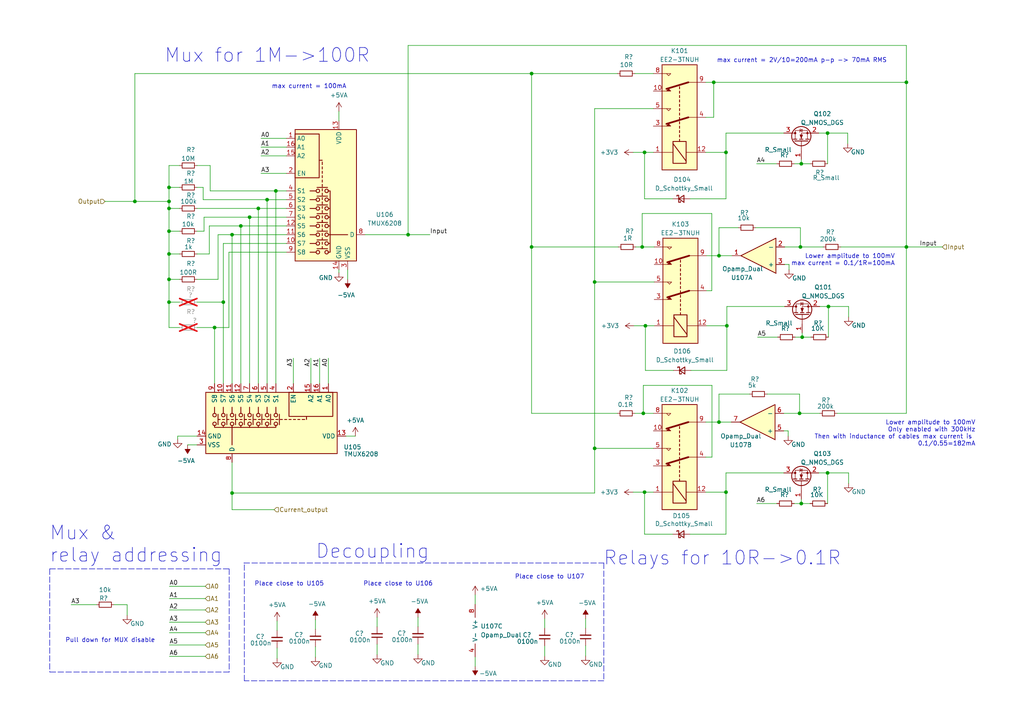
<source format=kicad_sch>
(kicad_sch (version 20230121) (generator eeschema)
  (paper "A4")
  (lib_symbols
    (symbol "Analog_Switch:TMUX1108PW"
      (property "Reference" "U" (at -10.16 16.51 0))
      (property "Value" "TMUX1108PW" (at 3.81 16.51 0))
      (symbol "TMUX1108PW_0_0"
        (pin power_in line (at 5.08 -20.32 90) (length 2.54) (name "GND") (number "14"))
      )
      (symbol "TMUX1108PW_1_1"
        (pin input line (at -10.16 17.78 0) (length 2.54) (name "A0") (number "1"))
        (pin bidirectional line (at -10.16 -12.7 0) (length 2.54) (name "S7") (number "10"))
        (pin bidirectional line (at -10.16 -10.16 0) (length 2.54) (name "S6") (number "11"))
        (pin bidirectional line (at -10.16 -7.62 0) (length 2.54) (name "S5") (number "12"))
        (pin power_in line (at 5.08 22.86 270) (length 2.54) (name "VDD") (number "13"))
        (pin input line (at -10.16 12.7 0) (length 2.54) (name "A2") (number "15"))
        (pin input line (at -10.16 15.24 0) (length 2.54) (name "A1") (number "16"))
        (pin input line (at -10.16 7.62 0) (length 2.54) (name "EN") (number "2"))
        (pin power_in line (at 7.62 -20.32 90) (length 2.54) (name "VSS") (number "3"))
        (pin bidirectional line (at -10.16 2.54 0) (length 2.54) (name "S1") (number "4"))
        (pin bidirectional line (at -10.16 0 0) (length 2.54) (name "S2") (number "5"))
        (pin bidirectional line (at -10.16 -2.54 0) (length 2.54) (name "S3") (number "6"))
        (pin bidirectional line (at -10.16 -5.08 0) (length 2.54) (name "S4") (number "7"))
        (pin bidirectional line (at 12.7 -10.16 180) (length 2.54) (name "D") (number "8"))
        (pin bidirectional line (at -10.16 -15.24 0) (length 2.54) (name "S8") (number "9"))
      )
    )
    (symbol "Device:C_Small" (pin_numbers hide) (pin_names (offset 0.254) hide)
      (property "Reference" "C" (at 0.254 1.778 0))
      (property "Value" "C_Small" (at 0.254 -2.032 0))
      (symbol "C_Small_1_1"
        (pin passive line (at 0 2.54 270) (length 2.032) (name "~") (number "1"))
        (pin passive line (at 0 -2.54 90) (length 2.032) (name "~") (number "2"))
      )
    )
    (symbol "Device:D_Schottky_Small" (pin_numbers hide) (pin_names (offset 0.254) hide)
      (property "Reference" "D" (at -1.27 2.032 0))
      (property "Value" "D_Schottky_Small" (at -7.112 -2.032 0))
      (symbol "D_Schottky_Small_1_1"
        (pin passive line (at -2.54 0 0) (length 1.778) (name "K") (number "1"))
        (pin passive line (at 2.54 0 180) (length 1.778) (name "A") (number "2"))
      )
    )
    (symbol "Device:Opamp_Dual"
      (property "Reference" "U" (at 0 5.08 0))
      (property "Value" "Opamp_Dual" (at 0 -5.08 0))
      (symbol "Opamp_Dual_1_1"
        (pin output line (at 7.62 0 180) (length 2.54) (name "~") (number "1"))
        (pin input line (at -7.62 -2.54 0) (length 2.54) (name "-") (number "2"))
        (pin input line (at -7.62 2.54 0) (length 2.54) (name "+") (number "3"))
      )
      (symbol "Opamp_Dual_2_1"
        (pin input line (at -7.62 2.54 0) (length 2.54) (name "+") (number "5"))
        (pin input line (at -7.62 -2.54 0) (length 2.54) (name "-") (number "6"))
        (pin output line (at 7.62 0 180) (length 2.54) (name "~") (number "7"))
      )
      (symbol "Opamp_Dual_3_1"
        (pin power_in line (at -2.54 -7.62 90) (length 3.81) (name "V-") (number "4"))
        (pin power_in line (at -2.54 7.62 270) (length 3.81) (name "V+") (number "8"))
      )
    )
    (symbol "Device:R_Small" (pin_numbers hide) (pin_names (offset 0.254) hide)
      (property "Reference" "R" (at 0.762 0.508 0))
      (property "Value" "R_Small" (at 0.762 -1.016 0))
      (symbol "R_Small_1_1"
        (pin passive line (at 0 2.54 270) (length 0.762) (name "~") (number "1"))
        (pin passive line (at 0 -2.54 90) (length 0.762) (name "~") (number "2"))
      )
    )
    (symbol "Q_NMOS_DGS_1" (pin_names (offset 0) hide)
      (property "Reference" "Q103" (at 8.128 -6.096 90))
      (property "Value" "Q_NMOS_DGS" (at 5.588 -6.096 90))
      (symbol "Q_NMOS_DGS_1_1_1"
        (pin input line (at -5.08 0 0) (length 2.54) (name "G") (number "1"))
        (pin passive line (at 2.54 -5.08 90) (length 2.54) (name "S") (number "2"))
        (pin passive line (at 2.54 5.08 270) (length 2.54) (name "D") (number "3"))
      )
    )
    (symbol "Relay_DPDT_1"
      (property "Reference" "K4" (at 19.304 0 90))
      (property "Value" "EE2-3TNUH-L" (at 16.764 0 90))
      (symbol "Relay_DPDT_1_1_1"
        (pin passive line (at -10.16 7.62 270) (length 2.54) (name "~") (number "1"))
        (pin passive line (at 7.62 7.62 270) (length 2.54) (name "~") (number "10"))
        (pin passive line (at -10.16 -7.62 90) (length 2.54) (name "~") (number "12"))
        (pin passive line (at -2.54 7.62 270) (length 2.54) (name "~") (number "3"))
        (pin passive line (at 0 -7.62 90) (length 2.54) (name "~") (number "4"))
        (pin passive line (at 2.54 7.62 270) (length 2.54) (name "~") (number "5"))
        (pin passive line (at 12.7 7.62 270) (length 2.54) (name "~") (number "8"))
        (pin passive line (at 10.16 -7.62 90) (length 2.54) (name "~") (number "9"))
      )
    )
    (symbol "TMUX1108PW_1"
      (property "Reference" "U6" (at 18.3642 -4.318 0))
      (property "Value" "TMUX6208\n" (at 18.3642 -6.858 0))
      (symbol "TMUX1108PW_1_0_0"
        (pin power_in line (at 5.08 -20.32 90) (length 2.54) (name "GND") (number "14"))
      )
      (symbol "TMUX1108PW_1_1_1"
        (pin input line (at -10.16 17.78 0) (length 2.54) (name "A0") (number "1"))
        (pin bidirectional line (at -10.16 -12.7 0) (length 2.54) (name "S7") (number "10"))
        (pin bidirectional line (at -10.16 -10.16 0) (length 2.54) (name "S6") (number "11"))
        (pin bidirectional line (at -10.16 -7.62 0) (length 2.54) (name "S5") (number "12"))
        (pin power_in line (at 5.08 22.86 270) (length 2.54) (name "VDD") (number "13"))
        (pin input line (at -10.16 12.7 0) (length 2.54) (name "A2") (number "15"))
        (pin input line (at -10.16 15.24 0) (length 2.54) (name "A1") (number "16"))
        (pin input line (at -10.16 7.62 0) (length 2.54) (name "EN") (number "2"))
        (pin power_in line (at 7.62 -20.32 90) (length 2.54) (name "VSS") (number "3"))
        (pin bidirectional line (at -10.16 2.54 0) (length 2.54) (name "S1") (number "4"))
        (pin bidirectional line (at -10.16 0 0) (length 2.54) (name "S2") (number "5"))
        (pin bidirectional line (at -10.16 -2.54 0) (length 2.54) (name "S3") (number "6"))
        (pin bidirectional line (at -10.16 -5.08 0) (length 2.54) (name "S4") (number "7"))
        (pin bidirectional line (at 12.7 -10.16 180) (length 2.54) (name "D") (number "8"))
        (pin bidirectional line (at -10.16 -15.24 0) (length 2.54) (name "S8") (number "9"))
      )
    )
    (symbol "power:+3V3" (power) (pin_names (offset 0))
      (property "Value" "+3V3" (at 0 3.556 0))
      (symbol "+3V3_1_1"
        (pin power_in line (at 0 0 90) (length 0) hide (name "+3V3") (number "1"))
      )
    )
    (symbol "power:+5VA" (power) (pin_names (offset 0))
      (property "Value" "+5VA" (at 0 3.556 0))
      (symbol "+5VA_1_1"
        (pin power_in line (at 0 0 90) (length 0) hide (name "+5VA") (number "1"))
      )
    )
    (symbol "power:-5VA" (power) (pin_names (offset 0))
      (property "Value" "-5VA" (at 0 3.81 0))
      (symbol "-5VA_0_0"
        (pin power_in line (at 0 0 90) (length 0) hide (name "-5VA") (number "1"))
      )
    )
    (symbol "power:GND" (power) (pin_names (offset 0))
      (property "Value" "GND" (at 0 -3.81 0))
      (symbol "GND_1_1"
        (pin power_in line (at 0 0 270) (length 0) hide (name "GND") (number "1"))
      )
    )
  )
  (junction (at 49.022 81.026))
  (junction (at 210.82 94.488))
  (junction (at 210.566 44.196))
  (junction (at 49.022 67.056))
  (junction (at 62.23 94.996))
  (junction (at 186.2582 71.628))
  (junction (at 232.156 71.628))
  (junction (at 118.364 68.072))
  (junction (at 232.664 97.79))
  (junction (at 39.116 58.42))
  (junction (at 186.944 142.748))
  (junction (at 187.198 94.488))
  (junction (at 232.41 47.498))
  (junction (at 262.89 23.876))
  (junction (at 49.022 54.356))
  (junction (at 207.01 23.876))
  (junction (at 67.31 68.072))
  (junction (at 67.31 143.002))
  (junction (at 240.03 137.16))
  (junction (at 186.944 44.196))
  (junction (at 69.85 65.532))
  (junction (at 172.466 81.788))
  (junction (at 232.41 146.05))
  (junction (at 210.566 142.748))
  (junction (at 186.5884 119.888))
  (junction (at 262.89 71.628))
  (junction (at 208.534 122.428))
  (junction (at 49.022 73.66))
  (junction (at 49.022 60.452))
  (junction (at 154.178 71.628))
  (junction (at 80.01 55.372))
  (junction (at 208.534 74.168))
  (junction (at 72.39 62.992))
  (junction (at 240.284 88.9))
  (junction (at 154.178 21.336))
  (junction (at 77.47 57.912))
  (junction (at 240.03 38.608))
  (junction (at 172.466 130.048))
  (junction (at 64.77 87.63))
  (junction (at 49.022 58.42))
  (junction (at 74.93 60.452))
  (junction (at 231.902 119.888))
  (junction (at 49.022 87.63))
  (wire (pts (xy 49.1236 183.515) (xy 59.5376 183.515)))
  (wire (pts (xy 200.406 107.442) (xy 210.82 107.442)))
  (wire (pts (xy 157.988 179.4764) (xy 157.988 182.2196)))
  (wire (pts (xy 183.642 142.748) (xy 186.944 142.748)))
  (wire (pts (xy 172.466 130.048) (xy 189.484 130.048)))
  (wire (pts (xy 157.988 187.2996) (xy 157.988 190.2968)))
  (wire (pts (xy 57.15 87.63) (xy 64.77 87.63)))
  (wire (pts (xy 186.2582 71.628) (xy 189.738 71.628)))
  (wire (pts (xy 169.8498 187.2742) (xy 169.8498 190.2714)))
  (wire (pts (xy 74.93 60.452) (xy 57.15 60.452)))
  (wire (pts (xy 63.246 81.026) (xy 63.246 68.072)))
  (wire (pts (xy 206.4512 84.328) (xy 206.4512 61.9252)))
  (wire (pts (xy 184.404 71.628) (xy 186.2582 71.628)))
  (wire (pts (xy 262.89 13.1826) (xy 262.89 23.876)))
  (wire (pts (xy 204.978 94.488) (xy 210.82 94.488)))
  (wire (pts (xy 49.1236 190.373) (xy 59.5376 190.373)))
  (wire (pts (xy 69.85 65.532) (xy 69.85 111.252)))
  (polyline (pts (xy 70.739 163.2966) (xy 175.133 163.2966)) (stroke (width 0) (type dash)))
  (wire (pts (xy 208.534 74.168) (xy 208.534 66.04)))
  (wire (pts (xy 52.07 81.026) (xy 49.022 81.026)))
  (polyline (pts (xy 70.866 163.322) (xy 70.8914 163.322)) (stroke (width 0) (type dash)))
  (wire (pts (xy 98.298 78.232) (xy 98.298 79.0956)))
  (wire (pts (xy 83.058 73.152) (xy 66.3956 73.152)))
  (wire (pts (xy 204.724 44.196) (xy 210.566 44.196)))
  (wire (pts (xy 172.466 31.496) (xy 172.466 81.788)))
  (wire (pts (xy 75.692 40.132) (xy 83.058 40.132)))
  (wire (pts (xy 118.364 13.1826) (xy 118.364 68.072)))
  (wire (pts (xy 118.364 13.1826) (xy 262.89 13.1826)))
  (wire (pts (xy 227.33 124.968) (xy 228.6 124.968)))
  (wire (pts (xy 72.39 111.252) (xy 72.39 62.992)))
  (wire (pts (xy 39.116 21.336) (xy 39.116 58.42)))
  (wire (pts (xy 137.8204 193.2686) (xy 137.8204 190.5254)))
  (wire (pts (xy 52.07 94.996) (xy 49.022 94.996)))
  (wire (pts (xy 237.744 119.888) (xy 231.902 119.888)))
  (wire (pts (xy 64.77 70.612) (xy 83.058 70.612)))
  (wire (pts (xy 83.058 60.452) (xy 74.93 60.452)))
  (wire (pts (xy 240.03 137.16) (xy 240.03 146.05)))
  (wire (pts (xy 57.15 73.66) (xy 60.706 73.66)))
  (wire (pts (xy 36.8808 175.387) (xy 36.8808 178.435)))
  (wire (pts (xy 49.022 58.42) (xy 49.022 54.356)))
  (wire (pts (xy 80.01 55.372) (xy 83.058 55.372)))
  (wire (pts (xy 217.424 114.3) (xy 208.534 114.3)))
  (wire (pts (xy 49.022 60.452) (xy 49.022 58.42)))
  (wire (pts (xy 210.566 44.196) (xy 210.566 38.608)))
  (wire (pts (xy 57.15 94.996) (xy 62.23 94.996)))
  (wire (pts (xy 172.466 31.496) (xy 189.484 31.496)))
  (wire (pts (xy 238.76 71.628) (xy 232.156 71.628)))
  (wire (pts (xy 49.022 73.66) (xy 49.022 67.056)))
  (wire (pts (xy 219.456 47.498) (xy 225.298 47.498)))
  (wire (pts (xy 210.566 142.748) (xy 210.566 137.16)))
  (wire (pts (xy 49.1236 187.071) (xy 59.5376 187.071)))
  (wire (pts (xy 67.31 143.002) (xy 67.31 147.828)))
  (wire (pts (xy 49.022 87.63) (xy 52.07 87.63)))
  (wire (pts (xy 210.566 44.196) (xy 210.566 57.658)))
  (wire (pts (xy 232.156 66.04) (xy 219.202 66.04)))
  (wire (pts (xy 237.49 38.608) (xy 240.03 38.608)))
  (wire (pts (xy 186.944 142.748) (xy 186.944 154.94)))
  (wire (pts (xy 262.89 71.628) (xy 273.304 71.628)))
  (wire (pts (xy 49.1236 173.609) (xy 59.5376 173.609)))
  (wire (pts (xy 62.23 94.996) (xy 66.3956 94.996)))
  (wire (pts (xy 245.872 38.608) (xy 245.872 41.656)))
  (wire (pts (xy 67.31 134.112) (xy 67.31 143.002)))
  (wire (pts (xy 232.156 66.04) (xy 232.156 71.628)))
  (wire (pts (xy 49.022 67.056) (xy 52.07 67.056)))
  (wire (pts (xy 57.15 67.056) (xy 59.182 67.056)))
  (wire (pts (xy 232.41 47.498) (xy 234.95 47.498)))
  (wire (pts (xy 69.85 65.532) (xy 83.058 65.532)))
  (wire (pts (xy 49.022 58.42) (xy 39.116 58.42)))
  (wire (pts (xy 243.84 71.628) (xy 262.89 71.628)))
  (wire (pts (xy 240.284 88.9) (xy 240.284 97.79)))
  (wire (pts (xy 207.01 23.876) (xy 207.01 34.036)))
  (wire (pts (xy 67.31 68.072) (xy 67.31 111.252)))
  (wire (pts (xy 60.96 48.006) (xy 60.96 55.372)))
  (wire (pts (xy 92.71 103.886) (xy 92.71 111.252)))
  (wire (pts (xy 58.928 54.356) (xy 58.928 57.912)))
  (wire (pts (xy 228.854 76.708) (xy 228.854 78.232)))
  (wire (pts (xy 95.25 103.886) (xy 95.25 111.252)))
  (wire (pts (xy 208.534 122.428) (xy 212.09 122.428)))
  (wire (pts (xy 210.566 137.16) (xy 227.33 137.16)))
  (wire (pts (xy 51.5366 126.492) (xy 51.5366 127.3556)))
  (wire (pts (xy 232.664 97.79) (xy 235.204 97.79)))
  (wire (pts (xy 230.632 97.79) (xy 232.664 97.79)))
  (wire (pts (xy 62.23 94.996) (xy 62.23 111.252)))
  (wire (pts (xy 60.706 73.66) (xy 60.706 65.532)))
  (wire (pts (xy 57.15 81.026) (xy 63.246 81.026)))
  (wire (pts (xy 58.928 57.912) (xy 77.47 57.912)))
  (wire (pts (xy 208.534 114.3) (xy 208.534 122.428)))
  (polyline (pts (xy 175.133 163.2966) (xy 175.133 197.4596)) (stroke (width 0) (type dash)))
  (wire (pts (xy 91.4908 179.7558) (xy 91.4908 182.499)))
  (wire (pts (xy 183.642 44.196) (xy 186.944 44.196)))
  (wire (pts (xy 204.978 74.168) (xy 208.534 74.168)))
  (wire (pts (xy 54.4068 129.032) (xy 57.15 129.032)))
  (wire (pts (xy 75.692 42.672) (xy 83.058 42.672)))
  (wire (pts (xy 172.466 130.048) (xy 172.466 143.002)))
  (wire (pts (xy 60.706 65.532) (xy 69.85 65.532)))
  (wire (pts (xy 207.01 34.036) (xy 204.724 34.036)))
  (wire (pts (xy 240.03 38.608) (xy 245.872 38.608)))
  (wire (pts (xy 60.96 55.372) (xy 80.01 55.372)))
  (wire (pts (xy 210.82 94.488) (xy 210.82 107.442)))
  (wire (pts (xy 49.022 73.66) (xy 52.07 73.66)))
  (polyline (pts (xy 66.4718 164.9984) (xy 66.4718 194.9196)) (stroke (width 0) (type dash)))
  (wire (pts (xy 77.47 57.912) (xy 77.47 111.252)))
  (wire (pts (xy 63.246 68.072) (xy 67.31 68.072)))
  (wire (pts (xy 72.39 62.992) (xy 83.058 62.992)))
  (wire (pts (xy 262.89 119.888) (xy 262.89 71.628)))
  (wire (pts (xy 208.534 66.04) (xy 214.122 66.04)))
  (wire (pts (xy 179.07 119.888) (xy 154.178 119.888)))
  (wire (pts (xy 227.584 71.628) (xy 232.156 71.628)))
  (wire (pts (xy 90.17 103.886) (xy 90.17 111.252)))
  (wire (pts (xy 200.152 154.94) (xy 210.566 154.94)))
  (wire (pts (xy 20.6248 175.387) (xy 27.9908 175.387)))
  (wire (pts (xy 121.2342 186.8424) (xy 121.2342 189.8396)))
  (wire (pts (xy 49.022 81.026) (xy 49.022 73.66)))
  (wire (pts (xy 195.072 154.94) (xy 186.944 154.94)))
  (wire (pts (xy 80.3656 187.9346) (xy 80.3656 190.9826)))
  (wire (pts (xy 154.178 21.336) (xy 39.116 21.336)))
  (wire (pts (xy 237.49 137.16) (xy 240.03 137.16)))
  (wire (pts (xy 169.8498 179.451) (xy 169.8498 182.1942)))
  (wire (pts (xy 230.378 146.05) (xy 232.41 146.05)))
  (wire (pts (xy 232.41 146.05) (xy 234.95 146.05)))
  (wire (pts (xy 67.31 147.828) (xy 79.502 147.828)))
  (wire (pts (xy 118.364 68.072) (xy 124.714 68.072)))
  (wire (pts (xy 80.3656 180.1114) (xy 80.3656 182.8546)))
  (wire (pts (xy 246.126 88.9) (xy 246.126 91.948)))
  (wire (pts (xy 77.47 57.912) (xy 83.058 57.912)))
  (wire (pts (xy 186.944 44.196) (xy 186.944 57.658)))
  (wire (pts (xy 59.182 67.056) (xy 59.182 62.992)))
  (wire (pts (xy 227.584 76.708) (xy 228.854 76.708)))
  (wire (pts (xy 227.33 119.888) (xy 231.902 119.888)))
  (wire (pts (xy 57.15 48.006) (xy 60.96 48.006)))
  (wire (pts (xy 33.0708 175.387) (xy 36.8808 175.387)))
  (wire (pts (xy 85.09 103.886) (xy 85.09 111.252)))
  (wire (pts (xy 80.01 55.372) (xy 80.01 111.252)))
  (wire (pts (xy 186.944 142.748) (xy 189.484 142.748)))
  (wire (pts (xy 109.3724 186.8678) (xy 109.3724 189.865)))
  (wire (pts (xy 75.692 45.212) (xy 83.058 45.212)))
  (wire (pts (xy 49.022 87.63) (xy 49.022 81.026)))
  (wire (pts (xy 219.71 97.79) (xy 225.552 97.79)))
  (wire (pts (xy 204.724 122.428) (xy 208.534 122.428)))
  (wire (pts (xy 195.326 107.442) (xy 187.198 107.442)))
  (wire (pts (xy 242.824 119.888) (xy 262.89 119.888)))
  (wire (pts (xy 103.0732 126.492) (xy 100.33 126.492)))
  (wire (pts (xy 57.15 126.492) (xy 51.5366 126.492)))
  (wire (pts (xy 186.2582 61.9252) (xy 206.4512 61.9252)))
  (wire (pts (xy 210.82 94.488) (xy 210.82 88.9)))
  (wire (pts (xy 231.902 114.3) (xy 222.504 114.3)))
  (wire (pts (xy 49.022 54.356) (xy 52.07 54.356)))
  (wire (pts (xy 210.566 142.748) (xy 210.566 154.94)))
  (wire (pts (xy 67.31 68.072) (xy 83.058 68.072)))
  (wire (pts (xy 204.724 142.748) (xy 210.566 142.748)))
  (wire (pts (xy 206.502 132.588) (xy 204.724 132.588)))
  (wire (pts (xy 187.198 94.488) (xy 189.738 94.488)))
  (wire (pts (xy 179.07 21.336) (xy 154.178 21.336)))
  (wire (pts (xy 100.838 80.9752) (xy 100.838 78.232)))
  (wire (pts (xy 154.178 71.628) (xy 179.324 71.628)))
  (wire (pts (xy 210.82 88.9) (xy 227.584 88.9)))
  (wire (pts (xy 91.4908 187.579) (xy 91.4908 190.6016)))
  (wire (pts (xy 75.692 50.292) (xy 83.058 50.292)))
  (wire (pts (xy 232.664 96.52) (xy 232.664 97.79)))
  (wire (pts (xy 208.534 74.168) (xy 212.344 74.168)))
  (wire (pts (xy 186.2582 71.628) (xy 186.2582 61.9252)))
  (wire (pts (xy 219.456 146.05) (xy 225.298 146.05)))
  (wire (pts (xy 49.1236 176.911) (xy 59.5376 176.911)))
  (wire (pts (xy 228.6 124.968) (xy 228.6 126.492)))
  (wire (pts (xy 49.1236 180.467) (xy 59.5376 180.467)))
  (wire (pts (xy 57.15 54.356) (xy 58.928 54.356)))
  (wire (pts (xy 109.3724 179.0446) (xy 109.3724 181.7878)))
  (wire (pts (xy 137.8204 172.5422) (xy 137.8204 175.2854)))
  (wire (pts (xy 64.77 70.612) (xy 64.77 87.63)))
  (wire (pts (xy 154.178 71.628) (xy 154.178 119.888)))
  (wire (pts (xy 49.022 67.056) (xy 49.022 60.452)))
  (wire (pts (xy 59.182 62.992) (xy 72.39 62.992)))
  (wire (pts (xy 64.77 87.63) (xy 64.77 111.252)))
  (wire (pts (xy 154.178 21.336) (xy 154.178 71.628)))
  (wire (pts (xy 121.2342 179.0192) (xy 121.2342 181.7624)))
  (wire (pts (xy 246.126 137.16) (xy 246.126 140.208)))
  (wire (pts (xy 186.944 44.196) (xy 189.484 44.196)))
  (wire (pts (xy 49.022 54.356) (xy 49.022 48.006)))
  (wire (pts (xy 172.466 81.788) (xy 172.466 130.048)))
  (wire (pts (xy 98.298 32.3088) (xy 98.298 35.052)))
  (wire (pts (xy 237.744 88.9) (xy 240.284 88.9)))
  (polyline (pts (xy 66.4718 194.9196) (xy 14.4272 194.9196)) (stroke (width 0) (type dash)))
  (wire (pts (xy 204.978 84.328) (xy 206.4512 84.328)))
  (polyline (pts (xy 14.4272 164.9984) (xy 66.4718 164.9984)) (stroke (width 0) (type dash)))
  (wire (pts (xy 204.724 23.876) (xy 207.01 23.876)))
  (wire (pts (xy 186.5884 119.888) (xy 189.484 119.888)))
  (wire (pts (xy 183.896 94.488) (xy 187.198 94.488)))
  (wire (pts (xy 231.902 114.3) (xy 231.902 119.888)))
  (wire (pts (xy 184.15 21.336) (xy 189.484 21.336)))
  (wire (pts (xy 210.566 38.608) (xy 227.33 38.608)))
  (wire (pts (xy 206.502 111.7854) (xy 206.502 132.588)))
  (wire (pts (xy 186.5884 111.7854) (xy 206.502 111.7854)))
  (wire (pts (xy 172.466 81.788) (xy 189.738 81.788)))
  (wire (pts (xy 232.41 46.228) (xy 232.41 47.498)))
  (wire (pts (xy 232.41 144.78) (xy 232.41 146.05)))
  (wire (pts (xy 74.93 60.452) (xy 74.93 111.252)))
  (wire (pts (xy 49.022 48.006) (xy 52.07 48.006)))
  (wire (pts (xy 67.31 143.002) (xy 172.466 143.002)))
  (wire (pts (xy 186.5884 111.7854) (xy 186.5884 119.888)))
  (wire (pts (xy 39.116 58.42) (xy 30.4546 58.42)))
  (wire (pts (xy 49.022 60.452) (xy 52.07 60.452)))
  (polyline (pts (xy 175.133 197.4596) (xy 70.866 197.4596)) (stroke (width 0) (type dash)))
  (wire (pts (xy 49.1236 170.053) (xy 59.5376 170.053)))
  (wire (pts (xy 240.03 137.16) (xy 246.126 137.16)))
  (wire (pts (xy 240.284 88.9) (xy 246.126 88.9)))
  (wire (pts (xy 49.022 94.996) (xy 49.022 87.63)))
  (wire (pts (xy 184.15 119.888) (xy 186.5884 119.888)))
  (wire (pts (xy 207.01 23.876) (xy 262.89 23.876)))
  (wire (pts (xy 195.072 57.658) (xy 186.944 57.658)))
  (wire (pts (xy 187.198 94.488) (xy 187.198 107.442)))
  (wire (pts (xy 230.378 47.498) (xy 232.41 47.498)))
  (wire (pts (xy 200.152 57.658) (xy 210.566 57.658)))
  (polyline (pts (xy 70.866 197.4596) (xy 70.866 163.322)) (stroke (width 0) (type dash)))
  (wire (pts (xy 240.03 38.608) (xy 240.03 47.498)))
  (wire (pts (xy 105.918 68.072) (xy 118.364 68.072)))
  (wire (pts (xy 66.3956 73.152) (xy 66.3956 94.996)))
  (polyline (pts (xy 14.4272 164.9984) (xy 14.4272 194.9196)) (stroke (width 0) (type dash)))
  (wire (pts (xy 262.89 23.876) (xy 262.89 71.628)))
  (text "Mux for 1M->100R\n\n\n\n" (at 107.442 37.846 0) (effects (font (size 4 4)) (justify right bottom)))
  (text "Place close to U105\n\n\n" (at 94.0054 174.244 0) (effects (font (size 1.27 1.27)) (justify right bottom)))
  (text "Pull down for MUX disable\n\n\n" (at 45.0088 190.627 0) (effects (font (size 1.27 1.27)) (justify right bottom)))
  (text "Decoupling\n\n\n\n" (at 124.6378 181.6862 0) (effects (font (size 4 4)) (justify right bottom)))
  (text "Lower amplitude to 100mV\nOnly enabled with 300kHz\nThen with inductance of cables max current is \n0.1/0.55=182mA" (at 282.956 129.54 0) (effects (font (size 1.27 1.27)) (justify right bottom)))
  (text "max current = 100mA" (at 100.5078 25.8826 0) (effects (font (size 1.27 1.27)) (justify right bottom)))
  (text "Lower amplitude to 100mV\nmax current = 0.1/1R=100mA" (at 259.588 77.216 0) (effects (font (size 1.27 1.27)) (justify right bottom)))
  (text "max current = 2V/10=200mA p-p -> 70mA RMS" (at 257.2512 18.3388 0) (effects (font (size 1.27 1.27)) (justify right bottom)))
  (text "Place close to U106\n\n\n\n" (at 125.5776 176.276 0) (effects (font (size 1.27 1.27)) (justify right bottom)))
  (text "Place close to U107\n\n\n\n\n" (at 169.5196 176.3014 0) (effects (font (size 1.27 1.27)) (justify right bottom)))
  (text "Relays for 10R->0.1R\n\n\n\n" (at 244.094 183.642 0) (effects (font (size 4 4)) (justify right bottom)))
  (text "Mux &\nrelay addressing\n\n\n\n" (at 14.3002 182.8038 0) (effects (font (size 4 4)) (justify left bottom)))
  (label "A4" (at 49.1236 183.515 0))
  (label "Input" (at 124.714 68.072 0))
  (label "A2" (at 90.17 103.886 270))
  (label "A0" (at 49.1236 170.053 0))
  (label "A1" (at 92.71 103.886 270))
  (label "A1" (at 49.1236 173.609 0))
  (label "A3" (at 49.1236 180.467 0))
  (label "A5" (at 219.71 97.79 0))
  (label "A6" (at 219.456 146.05 0))
  (label "A3" (at 85.09 103.886 270))
  (label "A1" (at 75.692 42.672 0))
  (label "Input" (at 266.7 71.628 0))
  (label "A5" (at 49.1236 187.071 0))
  (label "A4" (at 219.456 47.498 0))
  (label "A2" (at 49.1236 176.911 0))
  (label "A0" (at 75.692 40.132 0))
  (label "A3" (at 20.6248 175.387 0))
  (label "A0" (at 95.25 103.886 270))
  (label "A6" (at 49.1236 190.373 0))
  (label "A3" (at 75.692 50.292 0))
  (label "A2" (at 75.692 45.212 0))
  (hierarchical_label "Current_output" (shape input) (at 79.502 147.828 0))
  (hierarchical_label "A6" (shape input) (at 59.5376 190.373 0))
  (hierarchical_label "A4" (shape input) (at 59.5376 183.515 0))
  (hierarchical_label "A1" (shape input) (at 59.5376 173.609 0))
  (hierarchical_label "A5" (shape input) (at 59.5376 187.071 0))
  (hierarchical_label "Output" (shape input) (at 30.4546 58.42 180))
  (hierarchical_label "A0" (shape input) (at 59.5376 170.053 0))
  (hierarchical_label "A2" (shape input) (at 59.5376 176.911 0))
  (hierarchical_label "A3" (shape input) (at 59.5376 180.467 0))
  (hierarchical_label "Input" (shape input) (at 273.304 71.628 0))
  (symbol (lib_id "power:-5VA") (at 91.4908 179.7558 0) (unit 1)
    (property "Reference" "#PWR?" (effects hide))
    (property "Value" "-5VA" (at 91.9226 175.1584 0))
    (instances (project "LCR" (path "" (reference "#PWR?") (unit 1)) (path "" (reference "#PWR0206") (unit 1)) (path "" (reference "#PWR?") (unit 1)) (path "" (reference "#PWR?") (unit 1))))
  )
  (symbol (lib_id "Device:R_Small") (at 237.49 146.05 270) (unit 1)
    (property "Reference" "R?" (at 235.712 141.986 90) (effects (justify left)))
    (property "Value" "10K" (at 234.95 143.51 90) (effects (justify left)))
    (property "Footprint" "Resistor_SMD:R_0603_1608Metric" (effects hide))
    (instances (project "LCR" (path "" (reference "R?") (unit 1)) (path "" (reference "R138") (unit 1)) (path "" (reference "R?") (unit 1))))
  )
  (symbol (lib_id "power:-5VA") (at 121.2342 179.0192 0) (unit 1)
    (property "Reference" "#PWR?" (effects hide))
    (property "Value" "-5VA" (at 121.666 174.4218 0))
    (instances (project "LCR" (path "" (reference "#PWR?") (unit 1)) (path "" (reference "#PWR0210") (unit 1)) (path "" (reference "#PWR?") (unit 1)) (path "" (reference "#PWR?") (unit 1))))
  )
  (symbol (lib_id "Device:C_Small") (at 109.3724 184.3278 180) (unit 1)
    (property "Reference" "C?" (at 104.2416 183.7182 0))
    (property "Value" "0100n" (at 104.394 185.6232 0))
    (property "Footprint" "Capacitor_SMD:C_0603_1608Metric" (effects hide))
    (instances (project "LCR" (path "" (reference "C?") (unit 1)) (path "" (reference "C?") (unit 1)) (path "" (reference "C129") (unit 1))))
  )
  (symbol (lib_id "power:+5VA") (at 103.0732 126.492 0) (unit 1)
    (property "Reference" "#PWR?" (effects hide))
    (property "Value" "+5VA" (at 103.0732 121.92 0))
    (instances (project "LCR" (path "" (reference "#PWR?") (unit 1)) (path "" (reference "#PWR0203") (unit 1)) (path "" (reference "#PWR?") (unit 1)) (path "" (reference "#PWR?") (unit 1))))
  )
  (symbol (lib_id "Device:R_Small") (at 54.61 87.63 90) (unit 1) (dnp yes)
    (property "Reference" "R?" (at 56.642 83.82 90) (effects (justify left)))
    (property "Value" "?" (at 55.88 85.598 90) (effects (justify left)))
    (property "Footprint" "Resistor_SMD:R_0603_1608Metric" (effects hide))
    (instances (project "LCR" (path "" (reference "R?") (unit 1)) (path "" (reference "R128") (unit 1)) (path "" (reference "R?") (unit 1))))
  )
  (symbol (lib_id "power:-5VA") (at 54.4068 129.032 180) (unit 1)
    (property "Reference" "#PWR?" (effects hide))
    (property "Value" "-5VA" (at 53.975 133.6294 0))
    (instances (project "LCR" (path "" (reference "#PWR?") (unit 1)) (path "" (reference "#PWR0199") (unit 1)) (path "" (reference "#PWR?") (unit 1)) (path "" (reference "#PWR?") (unit 1))))
  )
  (symbol (lib_id "power:GND") (at 246.126 91.948 0) (unit 1)
    (property "Reference" "#PWR?" (effects hide))
    (property "Value" "GND" (at 249.0724 94.3864 0))
    (instances (project "LCR" (path "" (reference "#PWR?") (unit 1)) (path "" (reference "#PWR0218") (unit 1)) (path "" (reference "#PWR?") (unit 1))))
  )
  (symbol (lib_id "power:GND") (at 98.298 79.0956 0) (unit 1)
    (property "Reference" "#PWR?" (effects hide))
    (property "Value" "GND" (at 94.488 80.5688 0))
    (instances (project "LCR" (path "" (reference "#PWR?") (unit 1)) (path "" (reference "#PWR0201") (unit 1)) (path "" (reference "#PWR?") (unit 1))))
  )
  (symbol (lib_id "Device:D_Schottky_Small") (at 197.612 57.658 0) (unit 1)
    (property "Reference" "D104" (at 197.866 52.07 0))
    (property "Value" "D_Schottky_Small" (at 198.374 54.61 0))
    (property "Footprint" "Diode_SMD:D_SOD-123" (effects hide))
  )
  (symbol (lib_id "Device:R_Small") (at 54.61 94.996 90) (unit 1) (dnp yes)
    (property "Reference" "R?" (at 56.642 90.424 90) (effects (justify left)))
    (property "Value" "?" (at 57.15 92.964 90) (effects (justify left)))
    (property "Footprint" "Resistor_SMD:R_0603_1608Metric" (effects hide))
    (instances (project "LCR" (path "" (reference "R?") (unit 1)) (path "" (reference "R129") (unit 1)) (path "" (reference "R?") (unit 1))))
  )
  (symbol (lib_id "Device:R_Small") (at 181.864 71.628 90) (unit 1)
    (property "Reference" "R?" (at 183.896 67.056 90) (effects (justify left)))
    (property "Value" "1R" (at 183.388 69.088 90) (effects (justify left)))
    (property "Footprint" "Resistor_SMD:R_0603_1608Metric" (effects hide))
    (instances (project "LCR" (path "" (reference "R?") (unit 1)) (path "" (reference "R132") (unit 1)) (path "" (reference "R?") (unit 1))))
  )
  (symbol (lib_id "power:GND") (at 121.2342 189.8396 0) (unit 1)
    (property "Reference" "#PWR?" (effects hide))
    (property "Value" "GND" (at 124.1806 192.278 0))
    (instances (project "LCR" (path "" (reference "#PWR?") (unit 1)) (path "" (reference "#PWR0211") (unit 1)) (path "" (reference "#PWR?") (unit 1))))
  )
  (symbol (lib_id "power:-5VA") (at 169.8498 179.451 0) (unit 1)
    (property "Reference" "#PWR?" (effects hide))
    (property "Value" "-5VA" (at 170.2816 174.8536 0))
    (instances (project "LCR" (path "" (reference "#PWR?") (unit 1)) (path "" (reference "#PWR0277") (unit 1)) (path "" (reference "#PWR?") (unit 1)) (path "" (reference "#PWR?") (unit 1))))
  )
  (symbol (lib_name "Relay_DPDT_1") (lib_id "Relay:Relay_DPDT") (at 197.104 34.036 90) (unit 1)
    (property "Reference" "K101" (at 197.104 14.732 90))
    (property "Value" "EE2-3TNUH" (at 197.104 17.272 90))
    (property "Footprint" "SamacSys_Parts:EE23NUH" (effects hide))
  )
  (symbol (lib_name "TMUX1108PW_1") (lib_id "Analog_Switch:TMUX1108PW") (at 93.218 57.912 0) (unit 1)
    (property "Reference" "U106" (at 111.5822 62.23 0))
    (property "Value" "TMUX6208\n" (at 111.5822 64.77 0))
    (property "Footprint" "Package_SO:TSSOP-16_4.4x5mm_P0.65mm" (effects hide))
    (property "Datasheet" "https://www.ti.com/lit/ds/symlink/tmux1108.pdf" (effects hide))
  )
  (symbol (lib_id "power:GND") (at 91.4908 190.6016 0) (unit 1)
    (property "Reference" "#PWR?" (effects hide))
    (property "Value" "GND" (at 94.4372 193.04 0))
    (instances (project "LCR" (path "" (reference "#PWR?") (unit 1)) (path "" (reference "#PWR0207") (unit 1)) (path "" (reference "#PWR?") (unit 1))))
  )
  (symbol (lib_id "power:+5VA") (at 80.3656 180.1114 0) (unit 1)
    (property "Reference" "#PWR?" (effects hide))
    (property "Value" "+5VA" (at 80.3656 175.4124 0))
    (instances (project "LCR" (path "" (reference "#PWR?") (unit 1)) (path "" (reference "#PWR0204") (unit 1)) (path "" (reference "#PWR?") (unit 1)) (path "" (reference "#PWR?") (unit 1))))
  )
  (symbol (lib_id "power:GND") (at 36.8808 178.435 0) (unit 1)
    (property "Reference" "#PWR?" (effects hide))
    (property "Value" "GND" (at 39.8272 180.8734 0))
    (instances (project "LCR" (path "" (reference "#PWR?") (unit 1)) (path "" (reference "#PWR0198") (unit 1)) (path "" (reference "#PWR?") (unit 1))))
  )
  (symbol (lib_id "Device:R_Small") (at 216.662 66.04 270) (unit 1)
    (property "Reference" "R?" (at 214.63 61.722 90) (effects (justify left)))
    (property "Value" "10k" (at 213.868 63.246 90) (effects (justify left)))
    (property "Footprint" "Resistor_SMD:R_0603_1608Metric" (effects hide))
    (instances (project "LCR" (path "" (reference "R?") (unit 1)) (path "" (reference "R133") (unit 1)) (path "" (reference "R?") (unit 1))))
  )
  (symbol (lib_id "Device:D_Schottky_Small") (at 197.866 107.442 0) (unit 1)
    (property "Reference" "D106" (at 197.866 101.854 0))
    (property "Value" "D_Schottky_Small" (at 198.628 104.394 0))
    (property "Footprint" "Diode_SMD:D_SOD-123" (effects hide))
  )
  (symbol (lib_id "power:+5VA") (at 157.988 179.4764 0) (unit 1)
    (property "Reference" "#PWR?" (effects hide))
    (property "Value" "+5VA" (at 157.988 174.7774 0))
    (instances (project "LCR" (path "" (reference "#PWR?") (unit 1)) (path "" (reference "#PWR0275") (unit 1)) (path "" (reference "#PWR?") (unit 1)) (path "" (reference "#PWR?") (unit 1))))
  )
  (symbol (lib_id "Device:Opamp_Dual") (at 219.71 122.428 180) (unit 2)
    (property "Reference" "U107" (at 214.884 129.032 0))
    (property "Value" "Opamp_Dual" (at 214.884 126.492 0))
    (property "Footprint" "SamacSys_Parts:SOIC127P600X175-8N" (effects hide))
    (instances (project "LCR" (path "" (reference "U107") (unit 2)) (path "" (reference "U?") (unit 1))))
  )
  (symbol (lib_id "power:GND") (at 80.3656 190.9826 0) (unit 1)
    (property "Reference" "#PWR?" (effects hide))
    (property "Value" "GND" (at 83.312 193.421 0))
    (instances (project "LCR" (path "" (reference "#PWR?") (unit 1)) (path "" (reference "#PWR0205") (unit 1)) (path "" (reference "#PWR?") (unit 1))))
  )
  (symbol (lib_id "Device:C_Small") (at 157.988 184.7596 180) (unit 1)
    (property "Reference" "C?" (at 152.8572 184.15 0))
    (property "Value" "0100n" (at 153.0096 186.055 0))
    (property "Footprint" "Capacitor_SMD:C_0603_1608Metric" (effects hide))
    (instances (project "LCR" (path "" (reference "C?") (unit 1)) (path "" (reference "C?") (unit 1)) (path "" (reference "C147") (unit 1))))
  )
  (symbol (lib_id "power:GND") (at 246.126 140.208 0) (unit 1)
    (property "Reference" "#PWR?" (effects hide))
    (property "Value" "GND" (at 249.0724 142.6464 0))
    (instances (project "LCR" (path "" (reference "#PWR?") (unit 1)) (path "" (reference "#PWR0219") (unit 1)) (path "" (reference "#PWR?") (unit 1))))
  )
  (symbol (lib_id "power:GND") (at 51.5366 127.3556 0) (unit 1)
    (property "Reference" "#PWR?" (effects hide))
    (property "Value" "GND" (at 47.7266 128.8288 0))
    (instances (project "LCR" (path "" (reference "#PWR?") (unit 1)) (path "" (reference "#PWR0197") (unit 1)) (path "" (reference "#PWR?") (unit 1))))
  )
  (symbol (lib_id "Device:R_Small") (at 181.61 119.888 90) (unit 1)
    (property "Reference" "R?" (at 183.642 115.316 90) (effects (justify left)))
    (property "Value" "0.1R" (at 183.642 117.348 90) (effects (justify left)))
    (property "Footprint" "Resistor_SMD:R_0603_1608Metric" (effects hide))
    (instances (project "LCR" (path "" (reference "R?") (unit 1)) (path "" (reference "R131") (unit 1)) (path "" (reference "R?") (unit 1))))
  )
  (symbol (lib_id "Device:D_Schottky_Small") (at 197.612 154.94 0) (unit 1)
    (property "Reference" "D105" (at 197.612 149.606 0))
    (property "Value" "D_Schottky_Small" (at 198.374 151.892 0))
    (property "Footprint" "Diode_SMD:D_SOD-123" (effects hide))
  )
  (symbol (lib_id "Device:C_Small") (at 80.3656 185.3946 180) (unit 1)
    (property "Reference" "C?" (at 75.4634 184.6326 0))
    (property "Value" "0100n" (at 75.6158 186.5376 0))
    (property "Footprint" "Capacitor_SMD:C_0603_1608Metric" (effects hide))
    (instances (project "LCR" (path "" (reference "C?") (unit 1)) (path "" (reference "C?") (unit 1)) (path "" (reference "C127") (unit 1))))
  )
  (symbol (lib_id "power:GND") (at 157.988 190.2968 0) (unit 1)
    (property "Reference" "#PWR?" (effects hide))
    (property "Value" "GND" (at 160.9344 192.7352 0))
    (instances (project "LCR" (path "" (reference "#PWR?") (unit 1)) (path "" (reference "#PWR0276") (unit 1)) (path "" (reference "#PWR?") (unit 1))))
  )
  (symbol (lib_id "Device:C_Small") (at 169.8498 184.7342 180) (unit 1)
    (property "Reference" "C?" (at 165.1254 184.0992 0))
    (property "Value" "0100n" (at 165.2778 186.0042 0))
    (property "Footprint" "Capacitor_SMD:C_0603_1608Metric" (effects hide))
    (instances (project "LCR" (path "" (reference "C?") (unit 1)) (path "" (reference "C?") (unit 1)) (path "" (reference "C148") (unit 1))))
  )
  (symbol (lib_id "Device:R_Small") (at 219.964 114.3 270) (unit 1)
    (property "Reference" "R?" (at 217.678 109.982 90) (effects (justify left)))
    (property "Value" "5k" (at 216.916 111.76 90) (effects (justify left)))
    (property "Footprint" "Resistor_SMD:R_0603_1608Metric" (effects hide))
    (instances (project "LCR" (path "" (reference "R?") (unit 1)) (path "" (reference "R134") (unit 1)) (path "" (reference "R?") (unit 1))))
  )
  (symbol (lib_id "Device:Opamp_Dual") (at 219.964 74.168 180) (unit 1)
    (property "Reference" "U107" (at 215.138 80.518 0))
    (property "Value" "Opamp_Dual" (at 215.392 77.978 0))
    (property "Footprint" "SamacSys_Parts:SOIC127P600X175-8N" (effects hide))
    (instances (project "LCR" (path "" (reference "U107") (unit 1)) (path "" (reference "U?") (unit 1))))
  )
  (symbol (lib_id "Device:R_Small") (at 181.61 21.336 90) (unit 1)
    (property "Reference" "R?" (at 183.642 16.51 90) (effects (justify left)))
    (property "Value" "10R" (at 183.642 18.796 90) (effects (justify left)))
    (property "Footprint" "Resistor_SMD:R_0603_1608Metric" (effects hide))
    (instances (project "LCR" (path "" (reference "R?") (unit 1)) (path "" (reference "R130") (unit 1)) (path "" (reference "R?") (unit 1))))
  )
  (symbol (lib_id "Device:R_Small") (at 237.744 97.79 270) (unit 1)
    (property "Reference" "R?" (at 235.966 93.726 90) (effects (justify left)))
    (property "Value" "10K" (at 235.204 95.25 90) (effects (justify left)))
    (property "Footprint" "Resistor_SMD:R_0603_1608Metric" (effects hide))
    (instances (project "LCR" (path "" (reference "R?") (unit 1)) (path "" (reference "R139") (unit 1)) (path "" (reference "R?") (unit 1))))
  )
  (symbol (lib_name "Relay_DPDT_1") (lib_id "Relay:Relay_DPDT") (at 197.358 84.328 90) (unit 1)
    (property "Reference" "K103" (at 197.358 65.024 90))
    (property "Value" "EE2-3TNUH" (at 197.358 67.564 90))
    (property "Footprint" "SamacSys_Parts:EE23NUH" (effects hide))
  )
  (symbol (lib_id "power:GND") (at 228.6 126.492 0) (unit 1)
    (property "Reference" "#PWR?" (effects hide))
    (property "Value" "GND" (at 231.5464 128.9304 0))
    (instances (project "LCR" (path "" (reference "#PWR?") (unit 1)) (path "" (reference "#PWR0215") (unit 1)) (path "" (reference "#PWR?") (unit 1))))
  )
  (symbol (lib_id "Device:R_Small") (at 54.61 81.026 90) (unit 1)
    (property "Reference" "R?" (at 56.642 76.454 90) (effects (justify left)))
    (property "Value" "100R" (at 57.15 78.994 90) (effects (justify left)))
    (property "Footprint" "Resistor_SMD:R_0603_1608Metric" (effects hide))
    (instances (project "LCR" (path "" (reference "R?") (unit 1)) (path "" (reference "R127") (unit 1)) (path "" (reference "R?") (unit 1))))
  )
  (symbol (lib_id "Device:R_Small") (at 54.61 48.006 90) (unit 1)
    (property "Reference" "R?" (at 56.642 43.434 90) (effects (justify left)))
    (property "Value" "10M" (at 56.642 45.974 90) (effects (justify left)))
    (property "Footprint" "Resistor_SMD:R_0603_1608Metric" (effects hide))
    (instances (project "LCR" (path "" (reference "R?") (unit 1)) (path "" (reference "R122") (unit 1)) (path "" (reference "R?") (unit 1))))
  )
  (symbol (lib_id "power:+5VA") (at 98.298 32.3088 0) (unit 1)
    (property "Reference" "#PWR?" (effects hide))
    (property "Value" "+5VA" (at 98.298 27.6098 0))
    (instances (project "LCR" (path "" (reference "#PWR?") (unit 1)) (path "" (reference "#PWR0200") (unit 1)) (path "" (reference "#PWR?") (unit 1)) (path "" (reference "#PWR?") (unit 1))))
  )
  (symbol (lib_id "Device:R_Small") (at 54.61 73.66 90) (unit 1)
    (property "Reference" "R?" (at 56.642 69.85 90) (effects (justify left)))
    (property "Value" "1k" (at 55.88 71.628 90) (effects (justify left)))
    (property "Footprint" "Resistor_SMD:R_0603_1608Metric" (effects hide))
    (instances (project "LCR" (path "" (reference "R?") (unit 1)) (path "" (reference "R126") (unit 1)) (path "" (reference "R?") (unit 1))))
  )
  (symbol (lib_id "power:+5VA") (at 137.8204 172.5422 0) (unit 1)
    (property "Reference" "#PWR?" (effects hide))
    (property "Value" "+5VA" (at 141.7828 170.7388 0))
    (instances (project "LCR" (path "" (reference "#PWR?") (unit 1)) (path "" (reference "#PWR0273") (unit 1)) (path "" (reference "#PWR?") (unit 1)) (path "" (reference "#PWR?") (unit 1))))
  )
  (symbol (lib_id "power:GND") (at 109.3724 189.865 0) (unit 1)
    (property "Reference" "#PWR?" (effects hide))
    (property "Value" "GND" (at 112.3188 192.3034 0))
    (instances (project "LCR" (path "" (reference "#PWR?") (unit 1)) (path "" (reference "#PWR0209") (unit 1)) (path "" (reference "#PWR?") (unit 1))))
  )
  (symbol (lib_name "Q_NMOS_DGS_1") (lib_id "Device:Q_NMOS_DGS") (at 232.664 91.44 90) (unit 1)
    (property "Reference" "Q101" (at 238.76 83.312 90))
    (property "Value" "Q_NMOS_DGS" (at 238.76 85.852 90))
    (property "Footprint" "Package_TO_SOT_SMD:SOT-23-3" (effects hide))
  )
  (symbol (lib_id "power:+3V3") (at 183.896 94.488 90) (unit 1)
    (property "Reference" "#PWR0214" (effects hide))
    (property "Value" "+3V3" (at 179.578 94.488 90) (effects (justify left)))
  )
  (symbol (lib_id "Device:R_Small") (at 241.3 71.628 270) (unit 1)
    (property "Reference" "R?" (at 239.522 67.31 90) (effects (justify left)))
    (property "Value" "200k" (at 237.744 69.342 90) (effects (justify left)))
    (property "Footprint" "Resistor_SMD:R_0603_1608Metric" (effects hide))
    (instances (project "LCR" (path "" (reference "R?") (unit 1)) (path "" (reference "R141") (unit 1)) (path "" (reference "R?") (unit 1))))
  )
  (symbol (lib_name "Q_NMOS_DGS_1") (lib_id "Device:Q_NMOS_DGS") (at 232.41 139.7 90) (unit 1)
    (property "Reference" "Q103" (at 238.506 131.572 90))
    (property "Value" "Q_NMOS_DGS" (at 238.506 134.112 90))
    (property "Footprint" "Package_TO_SOT_SMD:SOT-23-3" (effects hide))
  )
  (symbol (lib_id "Device:Opamp_Dual") (at 140.3604 182.9054 0) (unit 3)
    (property "Reference" "U107" (at 139.3698 181.6354 0) (effects (justify left)))
    (property "Value" "Opamp_Dual" (at 139.3698 184.1754 0) (effects (justify left)))
    (property "Footprint" "SamacSys_Parts:SOIC127P600X175-8N" (effects hide))
  )
  (symbol (lib_id "Analog_Switch:TMUX1108PW") (at 77.47 121.412 270) (unit 1)
    (property "Reference" "U105" (at 102.235 129.667 90))
    (property "Value" "TMUX6208" (at 104.775 131.699 90))
    (property "Footprint" "Package_SO:TSSOP-16_4.4x5mm_P0.65mm" (effects hide))
    (property "Datasheet" "https://www.ti.com/lit/ds/symlink/tmux1108.pdf" (effects hide))
  )
  (symbol (lib_id "Device:R_Small") (at 54.61 60.452 90) (unit 1)
    (property "Reference" "R?" (at 56.642 56.642 90) (effects (justify left)))
    (property "Value" "100k" (at 57.15 58.42 90) (effects (justify left)))
    (property "Footprint" "Resistor_SMD:R_0603_1608Metric" (effects hide))
    (instances (project "LCR" (path "" (reference "R?") (unit 1)) (path "" (reference "R124") (unit 1)) (path "" (reference "R?") (unit 1))))
  )
  (symbol (lib_id "Device:R_Small") (at 227.838 146.05 90) (unit 1)
    (property "Reference" "R?" (at 228.854 143.51 90) (effects (justify left)))
    (property "Value" "R_Small" (at 229.616 141.986 90) (effects (justify left)))
    (property "Footprint" "Resistor_SMD:R_0603_1608Metric" (effects hide))
    (instances (project "LCR" (path "" (reference "R?") (unit 1)) (path "" (reference "R136") (unit 1)) (path "" (reference "R?") (unit 1))))
  )
  (symbol (lib_id "Device:R_Small") (at 30.5308 175.387 90) (unit 1)
    (property "Reference" "R?" (at 31.3436 173.5328 90) (effects (justify left)))
    (property "Value" "10k" (at 32.3088 171.069 90) (effects (justify left)))
    (property "Footprint" "Resistor_SMD:R_0603_1608Metric" (effects hide))
    (instances (project "LCR" (path "" (reference "R?") (unit 1)) (path "" (reference "R121") (unit 1)) (path "" (reference "R?") (unit 1))))
  )
  (symbol (lib_id "power:GND") (at 228.854 78.232 0) (unit 1)
    (property "Reference" "#PWR?" (effects hide))
    (property "Value" "GND" (at 231.8004 80.6704 0))
    (instances (project "LCR" (path "" (reference "#PWR?") (unit 1)) (path "" (reference "#PWR0216") (unit 1)) (path "" (reference "#PWR?") (unit 1))))
  )
  (symbol (lib_id "Device:C_Small") (at 91.4908 185.039 180) (unit 1)
    (property "Reference" "C?" (at 86.6648 184.0992 0))
    (property "Value" "0100n" (at 86.8172 186.0042 0))
    (property "Footprint" "Capacitor_SMD:C_0603_1608Metric" (effects hide))
    (instances (project "LCR" (path "" (reference "C?") (unit 1)) (path "" (reference "C?") (unit 1)) (path "" (reference "C128") (unit 1))))
  )
  (symbol (lib_id "power:GND") (at 169.8498 190.2714 0) (unit 1)
    (property "Reference" "#PWR?" (effects hide))
    (property "Value" "GND" (at 172.7962 192.7098 0))
    (instances (project "LCR" (path "" (reference "#PWR?") (unit 1)) (path "" (reference "#PWR0278") (unit 1)) (path "" (reference "#PWR?") (unit 1))))
  )
  (symbol (lib_name "Relay_DPDT_1") (lib_id "Relay:Relay_DPDT") (at 197.104 132.588 90) (unit 1)
    (property "Reference" "K102" (at 197.104 113.284 90))
    (property "Value" "EE2-3TNUH" (at 197.104 115.824 90))
    (property "Footprint" "SamacSys_Parts:EE23NUH" (effects hide))
  )
  (symbol (lib_id "power:+5VA") (at 109.3724 179.0446 0) (unit 1)
    (property "Reference" "#PWR?" (effects hide))
    (property "Value" "+5VA" (at 109.3724 174.3456 0))
    (instances (project "LCR" (path "" (reference "#PWR?") (unit 1)) (path "" (reference "#PWR0208") (unit 1)) (path "" (reference "#PWR?") (unit 1)) (path "" (reference "#PWR?") (unit 1))))
  )
  (symbol (lib_id "Device:R_Small") (at 240.284 119.888 270) (unit 1)
    (property "Reference" "R?" (at 238.252 116.078 90) (effects (justify left)))
    (property "Value" "200k" (at 236.982 117.856 90) (effects (justify left)))
    (property "Footprint" "Resistor_SMD:R_0603_1608Metric" (effects hide))
    (instances (project "LCR" (path "" (reference "R?") (unit 1)) (path "" (reference "R140") (unit 1)) (path "" (reference "R?") (unit 1))))
  )
  (symbol (lib_id "Device:R_Small") (at 54.61 54.356 90) (unit 1)
    (property "Reference" "R?" (at 56.642 50.292 90) (effects (justify left)))
    (property "Value" "1M" (at 56.134 52.578 90) (effects (justify left)))
    (property "Footprint" "Resistor_SMD:R_0603_1608Metric" (effects hide))
    (instances (project "LCR" (path "" (reference "R?") (unit 1)) (path "" (reference "R123") (unit 1)) (path "" (reference "R?") (unit 1))))
  )
  (symbol (lib_id "Device:R_Small") (at 227.838 47.498 90) (unit 1)
    (property "Reference" "R?" (at 228.854 44.958 90) (effects (justify left)))
    (property "Value" "R_Small" (at 229.616 43.434 90) (effects (justify left)))
    (property "Footprint" "Resistor_SMD:R_0603_1608Metric" (effects hide))
    (instances (project "LCR" (path "" (reference "R?") (unit 1)) (path "" (reference "R135") (unit 1)) (path "" (reference "R?") (unit 1))))
  )
  (symbol (lib_id "power:+3V3") (at 183.642 44.196 90) (unit 1)
    (property "Reference" "#PWR0212" (effects hide))
    (property "Value" "+3V3" (at 179.324 44.196 90) (effects (justify left)))
  )
  (symbol (lib_id "Device:C_Small") (at 121.2342 184.3024 180) (unit 1)
    (property "Reference" "C?" (at 116.5098 183.6674 0))
    (property "Value" "0100n" (at 116.6622 185.5724 0))
    (property "Footprint" "Capacitor_SMD:C_0603_1608Metric" (effects hide))
    (instances (project "LCR" (path "" (reference "C?") (unit 1)) (path "" (reference "C?") (unit 1)) (path "" (reference "C130") (unit 1))))
  )
  (symbol (lib_id "Device:R_Small") (at 228.092 97.79 90) (unit 1)
    (property "Reference" "R?" (at 229.108 95.25 90) (effects (justify left)))
    (property "Value" "R_Small" (at 229.87 93.726 90) (effects (justify left)))
    (property "Footprint" "Resistor_SMD:R_0603_1608Metric" (effects hide))
    (instances (project "LCR" (path "" (reference "R?") (unit 1)) (path "" (reference "R100R101") (unit 1)) (path "" (reference "R?") (unit 1))))
  )
  (symbol (lib_id "power:+3V3") (at 183.642 142.748 90) (unit 1)
    (property "Reference" "#PWR0213" (effects hide))
    (property "Value" "+3V3" (at 179.324 142.748 90) (effects (justify left)))
  )
  (symbol (lib_name "Q_NMOS_DGS_1") (lib_id "Device:Q_NMOS_DGS") (at 232.41 41.148 90) (unit 1)
    (property "Reference" "Q102" (at 238.506 33.02 90))
    (property "Value" "Q_NMOS_DGS" (at 238.506 35.56 90))
    (property "Footprint" "Package_TO_SOT_SMD:SOT-23-3" (effects hide))
  )
  (symbol (lib_id "power:-5VA") (at 137.8204 193.2686 180) (unit 1)
    (property "Reference" "#PWR?" (effects hide))
    (property "Value" "-5VA" (at 141.5542 195.326 0))
    (instances (project "LCR" (path "" (reference "#PWR?") (unit 1)) (path "" (reference "#PWR0274") (unit 1)) (path "" (reference "#PWR?") (unit 1)) (path "" (reference "#PWR?") (unit 1))))
  )
  (symbol (lib_id "power:GND") (at 245.872 41.656 0) (unit 1)
    (property "Reference" "#PWR?" (effects hide))
    (property "Value" "GND" (at 248.8184 44.0944 0))
    (instances (project "LCR" (path "" (reference "#PWR?") (unit 1)) (path "" (reference "#PWR0217") (unit 1)) (path "" (reference "#PWR?") (unit 1))))
  )
  (symbol (lib_id "Device:R_Small") (at 237.49 47.498 270) (unit 1)
    (property "Reference" "R?" (at 236.474 50.038 90) (effects (justify left)))
    (property "Value" "R_Small" (at 235.712 51.562 90) (effects (justify left)))
    (property "Footprint" "Resistor_SMD:R_0603_1608Metric" (effects hide))
    (instances (project "LCR" (path "" (reference "R?") (unit 1)) (path "" (reference "R137") (unit 1)) (path "" (reference "R?") (unit 1))))
  )
  (symbol (lib_id "power:-5VA") (at 100.838 80.9752 180) (unit 1)
    (property "Reference" "#PWR?" (effects hide))
    (property "Value" "-5VA" (at 100.4062 85.5726 0))
    (instances (project "LCR" (path "" (reference "#PWR?") (unit 1)) (path "" (reference "#PWR0202") (unit 1)) (path "" (reference "#PWR?") (unit 1)) (path "" (reference "#PWR?") (unit 1))))
  )
  (symbol (lib_id "Device:R_Small") (at 54.61 67.056 90) (unit 1)
    (property "Reference" "R?" (at 56.642 62.738 90) (effects (justify left)))
    (property "Value" "10k" (at 56.388 65.024 90) (effects (justify left)))
    (property "Footprint" "Resistor_SMD:R_0603_1608Metric" (effects hide))
    (instances (project "LCR" (path "" (reference "R?") (unit 1)) (path "" (reference "R125") (unit 1)) (path "" (reference "R?") (unit 1))))
  )
)
</source>
